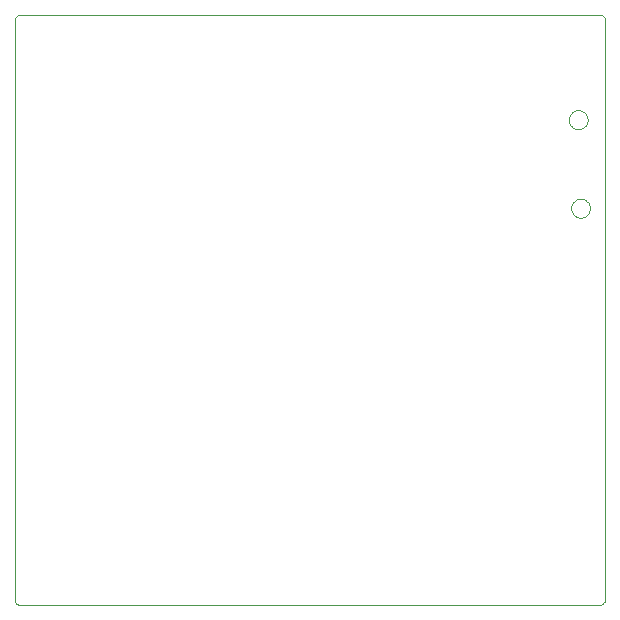
<source format=gbp>
G75*
G70*
%OFA0B0*%
%FSLAX24Y24*%
%IPPOS*%
%LPD*%
%AMOC8*
5,1,8,0,0,1.08239X$1,22.5*
%
%ADD10C,0.0000*%
D10*
X002348Y003185D02*
X021596Y003185D01*
X021596Y003184D02*
X021625Y003181D01*
X021654Y003182D01*
X021683Y003186D01*
X021711Y003193D01*
X021739Y003204D01*
X021764Y003218D01*
X021788Y003235D01*
X021810Y003255D01*
X021829Y003278D01*
X021845Y003302D01*
X021858Y003328D01*
X021868Y003356D01*
X021875Y003385D01*
X021874Y003385D02*
X021872Y022751D01*
X021872Y022752D02*
X021754Y022870D01*
X002306Y022870D01*
X002305Y022870D02*
X002187Y022752D01*
X002187Y022751D02*
X002187Y003394D01*
X002188Y003394D02*
X002186Y003370D01*
X002187Y003345D01*
X002192Y003321D01*
X002199Y003298D01*
X002210Y003276D01*
X002224Y003255D01*
X002240Y003237D01*
X002258Y003221D01*
X002279Y003207D01*
X002301Y003197D01*
X002324Y003189D01*
X002348Y003185D01*
X020652Y019366D02*
X020654Y019401D01*
X020660Y019436D01*
X020670Y019470D01*
X020683Y019503D01*
X020700Y019534D01*
X020721Y019562D01*
X020744Y019589D01*
X020771Y019612D01*
X020799Y019633D01*
X020830Y019650D01*
X020863Y019663D01*
X020897Y019673D01*
X020932Y019679D01*
X020967Y019681D01*
X021002Y019679D01*
X021037Y019673D01*
X021071Y019663D01*
X021104Y019650D01*
X021135Y019633D01*
X021163Y019612D01*
X021190Y019589D01*
X021213Y019562D01*
X021234Y019534D01*
X021251Y019503D01*
X021264Y019470D01*
X021274Y019436D01*
X021280Y019401D01*
X021282Y019366D01*
X021280Y019331D01*
X021274Y019296D01*
X021264Y019262D01*
X021251Y019229D01*
X021234Y019198D01*
X021213Y019170D01*
X021190Y019143D01*
X021163Y019120D01*
X021135Y019099D01*
X021104Y019082D01*
X021071Y019069D01*
X021037Y019059D01*
X021002Y019053D01*
X020967Y019051D01*
X020932Y019053D01*
X020897Y019059D01*
X020863Y019069D01*
X020830Y019082D01*
X020799Y019099D01*
X020771Y019120D01*
X020744Y019143D01*
X020721Y019170D01*
X020700Y019198D01*
X020683Y019229D01*
X020670Y019262D01*
X020660Y019296D01*
X020654Y019331D01*
X020652Y019366D01*
X020730Y016413D02*
X020732Y016448D01*
X020738Y016483D01*
X020748Y016517D01*
X020761Y016550D01*
X020778Y016581D01*
X020799Y016609D01*
X020822Y016636D01*
X020849Y016659D01*
X020877Y016680D01*
X020908Y016697D01*
X020941Y016710D01*
X020975Y016720D01*
X021010Y016726D01*
X021045Y016728D01*
X021080Y016726D01*
X021115Y016720D01*
X021149Y016710D01*
X021182Y016697D01*
X021213Y016680D01*
X021241Y016659D01*
X021268Y016636D01*
X021291Y016609D01*
X021312Y016581D01*
X021329Y016550D01*
X021342Y016517D01*
X021352Y016483D01*
X021358Y016448D01*
X021360Y016413D01*
X021358Y016378D01*
X021352Y016343D01*
X021342Y016309D01*
X021329Y016276D01*
X021312Y016245D01*
X021291Y016217D01*
X021268Y016190D01*
X021241Y016167D01*
X021213Y016146D01*
X021182Y016129D01*
X021149Y016116D01*
X021115Y016106D01*
X021080Y016100D01*
X021045Y016098D01*
X021010Y016100D01*
X020975Y016106D01*
X020941Y016116D01*
X020908Y016129D01*
X020877Y016146D01*
X020849Y016167D01*
X020822Y016190D01*
X020799Y016217D01*
X020778Y016245D01*
X020761Y016276D01*
X020748Y016309D01*
X020738Y016343D01*
X020732Y016378D01*
X020730Y016413D01*
M02*

</source>
